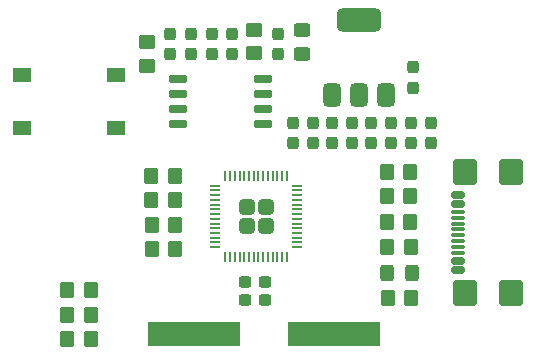
<source format=gbr>
%TF.GenerationSoftware,KiCad,Pcbnew,8.0.2*%
%TF.CreationDate,2025-07-17T16:33:10+07:00*%
%TF.ProjectId,PicoLink,5069636f-4c69-46e6-9b2e-6b696361645f,rev?*%
%TF.SameCoordinates,Original*%
%TF.FileFunction,Paste,Top*%
%TF.FilePolarity,Positive*%
%FSLAX46Y46*%
G04 Gerber Fmt 4.6, Leading zero omitted, Abs format (unit mm)*
G04 Created by KiCad (PCBNEW 8.0.2) date 2025-07-17 16:33:10*
%MOMM*%
%LPD*%
G01*
G04 APERTURE LIST*
G04 Aperture macros list*
%AMRoundRect*
0 Rectangle with rounded corners*
0 $1 Rounding radius*
0 $2 $3 $4 $5 $6 $7 $8 $9 X,Y pos of 4 corners*
0 Add a 4 corners polygon primitive as box body*
4,1,4,$2,$3,$4,$5,$6,$7,$8,$9,$2,$3,0*
0 Add four circle primitives for the rounded corners*
1,1,$1+$1,$2,$3*
1,1,$1+$1,$4,$5*
1,1,$1+$1,$6,$7*
1,1,$1+$1,$8,$9*
0 Add four rect primitives between the rounded corners*
20,1,$1+$1,$2,$3,$4,$5,0*
20,1,$1+$1,$4,$5,$6,$7,0*
20,1,$1+$1,$6,$7,$8,$9,0*
20,1,$1+$1,$8,$9,$2,$3,0*%
G04 Aperture macros list end*
%ADD10RoundRect,0.237500X0.300000X0.237500X-0.300000X0.237500X-0.300000X-0.237500X0.300000X-0.237500X0*%
%ADD11RoundRect,0.250000X-0.450000X0.325000X-0.450000X-0.325000X0.450000X-0.325000X0.450000X0.325000X0*%
%ADD12RoundRect,0.237500X0.237500X-0.300000X0.237500X0.300000X-0.237500X0.300000X-0.237500X-0.300000X0*%
%ADD13RoundRect,0.250000X0.350000X0.450000X-0.350000X0.450000X-0.350000X-0.450000X0.350000X-0.450000X0*%
%ADD14R,7.875000X2.000000*%
%ADD15RoundRect,0.250000X0.325000X0.450000X-0.325000X0.450000X-0.325000X-0.450000X0.325000X-0.450000X0*%
%ADD16RoundRect,0.237500X-0.237500X0.300000X-0.237500X-0.300000X0.237500X-0.300000X0.237500X0.300000X0*%
%ADD17R,1.550000X1.300000*%
%ADD18RoundRect,0.150000X-0.650000X-0.150000X0.650000X-0.150000X0.650000X0.150000X-0.650000X0.150000X0*%
%ADD19RoundRect,0.375000X0.375000X-0.625000X0.375000X0.625000X-0.375000X0.625000X-0.375000X-0.625000X0*%
%ADD20RoundRect,0.500000X1.400000X-0.500000X1.400000X0.500000X-1.400000X0.500000X-1.400000X-0.500000X0*%
%ADD21RoundRect,0.250000X-0.350000X-0.450000X0.350000X-0.450000X0.350000X0.450000X-0.350000X0.450000X0*%
%ADD22RoundRect,0.250000X-0.450000X0.350000X-0.450000X-0.350000X0.450000X-0.350000X0.450000X0.350000X0*%
%ADD23RoundRect,0.150000X0.425000X-0.150000X0.425000X0.150000X-0.425000X0.150000X-0.425000X-0.150000X0*%
%ADD24RoundRect,0.075000X0.500000X-0.075000X0.500000X0.075000X-0.500000X0.075000X-0.500000X-0.075000X0*%
%ADD25RoundRect,0.250000X0.750000X-0.840000X0.750000X0.840000X-0.750000X0.840000X-0.750000X-0.840000X0*%
%ADD26RoundRect,0.249999X-0.395001X-0.395001X0.395001X-0.395001X0.395001X0.395001X-0.395001X0.395001X0*%
%ADD27RoundRect,0.050000X-0.387500X-0.050000X0.387500X-0.050000X0.387500X0.050000X-0.387500X0.050000X0*%
%ADD28RoundRect,0.050000X-0.050000X-0.387500X0.050000X-0.387500X0.050000X0.387500X-0.050000X0.387500X0*%
%ADD29RoundRect,0.250000X0.450000X-0.350000X0.450000X0.350000X-0.450000X0.350000X-0.450000X-0.350000X0*%
G04 APERTURE END LIST*
D10*
%TO.C,C23*%
X156462500Y-98200000D03*
X154737500Y-98200000D03*
%TD*%
D11*
%TO.C,D3*%
X159550001Y-76825002D03*
X159549999Y-78874998D03*
%TD*%
D12*
%TO.C,C18*%
X168950000Y-81762500D03*
X168950000Y-80037500D03*
%TD*%
D13*
%TO.C,R23*%
X148800000Y-89250000D03*
X146800000Y-89250000D03*
%TD*%
%TO.C,R25*%
X148850000Y-93350000D03*
X146850000Y-93350000D03*
%TD*%
D14*
%TO.C,Y2*%
X150412500Y-102600000D03*
X162287500Y-102600000D03*
%TD*%
D15*
%TO.C,D2*%
X168874998Y-97450001D03*
X166825002Y-97449999D03*
%TD*%
D16*
%TO.C,C32*%
X167150000Y-84737500D03*
X167150000Y-86462500D03*
%TD*%
%TO.C,C21*%
X151950000Y-77175000D03*
X151950000Y-78900000D03*
%TD*%
%TO.C,C17*%
X157550000Y-77187500D03*
X157550000Y-78912500D03*
%TD*%
D17*
%TO.C,SW2*%
X135875000Y-80700000D03*
X143825000Y-80700000D03*
X135875000Y-85200000D03*
X143825000Y-85200000D03*
%TD*%
D16*
%TO.C,C28*%
X170500000Y-84737500D03*
X170500000Y-86462500D03*
%TD*%
D10*
%TO.C,C1*%
X156462500Y-99750000D03*
X154737500Y-99750000D03*
%TD*%
D13*
%TO.C,R1*%
X168799997Y-95249998D03*
X166799997Y-95249998D03*
%TD*%
D18*
%TO.C,U4*%
X149100003Y-80995000D03*
X149100000Y-82265000D03*
X149100000Y-83535000D03*
X149099999Y-84804999D03*
X156299997Y-84805000D03*
X156300000Y-83535000D03*
X156300000Y-82265000D03*
X156300001Y-80995001D03*
%TD*%
D19*
%TO.C,U6*%
X162100000Y-82349999D03*
X164400000Y-82350000D03*
D20*
X164400000Y-76050000D03*
D19*
X166699999Y-82350001D03*
%TD*%
D16*
%TO.C,C16*%
X153650001Y-77175001D03*
X153650001Y-78900001D03*
%TD*%
D21*
%TO.C,R17*%
X139700000Y-101000000D03*
X141700000Y-101000000D03*
%TD*%
D16*
%TO.C,C27*%
X168850000Y-84737500D03*
X168850000Y-86462500D03*
%TD*%
D22*
%TO.C,R22*%
X155550000Y-76850000D03*
X155550000Y-78850000D03*
%TD*%
D13*
%TO.C,R21*%
X168850000Y-99550000D03*
X166850000Y-99550000D03*
%TD*%
D16*
%TO.C,C30*%
X163800000Y-84737500D03*
X163800000Y-86462500D03*
%TD*%
D13*
%TO.C,R26*%
X148850000Y-95450000D03*
X146850000Y-95450000D03*
%TD*%
D16*
%TO.C,C26*%
X160500000Y-84737500D03*
X160500000Y-86462500D03*
%TD*%
D21*
%TO.C,R19*%
X139700000Y-103050000D03*
X141700000Y-103050000D03*
%TD*%
D13*
%TO.C,R6*%
X168749996Y-88899997D03*
X166749996Y-88899997D03*
%TD*%
D23*
%TO.C,J2*%
X172820000Y-97200000D03*
X172820001Y-96400001D03*
D24*
X172820003Y-95250002D03*
X172820000Y-94250002D03*
X172819998Y-93750001D03*
X172820000Y-92749999D03*
D23*
X172819999Y-91599999D03*
X172819997Y-90800000D03*
X172819997Y-90800000D03*
X172819999Y-91599999D03*
D24*
X172820002Y-92250002D03*
X172820000Y-93250001D03*
X172820000Y-94749999D03*
X172819997Y-95750000D03*
D23*
X172820001Y-96400001D03*
X172820000Y-97200000D03*
D25*
X177325000Y-99110002D03*
X173394999Y-99109996D03*
X177325002Y-88889999D03*
X173395000Y-88889998D03*
%TD*%
D13*
%TO.C,R13*%
X168749997Y-90949998D03*
X166749997Y-90949998D03*
%TD*%
D16*
%TO.C,C29*%
X162150000Y-84737500D03*
X162150000Y-86462500D03*
%TD*%
D13*
%TO.C,R12*%
X168749997Y-93099998D03*
X166749997Y-93099998D03*
%TD*%
D16*
%TO.C,C20*%
X148450002Y-77175002D03*
X148450002Y-78900002D03*
%TD*%
%TO.C,C19*%
X158850000Y-84737500D03*
X158850000Y-86462500D03*
%TD*%
D26*
%TO.C,RP1*%
X154900000Y-91850000D03*
X154900000Y-93450000D03*
X156500000Y-91850000D03*
X156500000Y-93450000D03*
D27*
X152262500Y-90050000D03*
X152262500Y-90450000D03*
X152262500Y-90850000D03*
X152262500Y-91250000D03*
X152262500Y-91650000D03*
X152262500Y-92050000D03*
X152262500Y-92450000D03*
X152262500Y-92850000D03*
X152262500Y-93250000D03*
X152262500Y-93650000D03*
X152262500Y-94050000D03*
X152262500Y-94450000D03*
X152262500Y-94850000D03*
X152262500Y-95250000D03*
D28*
X153100000Y-96087500D03*
X153500000Y-96087500D03*
X153900000Y-96087500D03*
X154300000Y-96087500D03*
X154700000Y-96087500D03*
X155100000Y-96087500D03*
X155500000Y-96087500D03*
X155900000Y-96087500D03*
X156300000Y-96087500D03*
X156700000Y-96087500D03*
X157100000Y-96087500D03*
X157500000Y-96087500D03*
X157900000Y-96087500D03*
X158300000Y-96087500D03*
D27*
X159137500Y-95250000D03*
X159137500Y-94850000D03*
X159137500Y-94450000D03*
X159137500Y-94050000D03*
X159137500Y-93650000D03*
X159137500Y-93250000D03*
X159137500Y-92850000D03*
X159137500Y-92450000D03*
X159137500Y-92050000D03*
X159137500Y-91650000D03*
X159137500Y-91250000D03*
X159137500Y-90850000D03*
X159137500Y-90450000D03*
X159137500Y-90050000D03*
D28*
X158300000Y-89212500D03*
X157900000Y-89212500D03*
X157500000Y-89212500D03*
X157100000Y-89212500D03*
X156700000Y-89212500D03*
X156300000Y-89212500D03*
X155900000Y-89212500D03*
X155500000Y-89212500D03*
X155100000Y-89212500D03*
X154700000Y-89212500D03*
X154300000Y-89212500D03*
X153900000Y-89212500D03*
X153500000Y-89212500D03*
X153100000Y-89212500D03*
%TD*%
D29*
%TO.C,R20*%
X146450000Y-79900000D03*
X146450000Y-77900000D03*
%TD*%
D16*
%TO.C,C22*%
X150200002Y-77175003D03*
X150200002Y-78900003D03*
%TD*%
%TO.C,C31*%
X165450000Y-84737500D03*
X165450000Y-86462500D03*
%TD*%
D13*
%TO.C,R24*%
X148800000Y-91300000D03*
X146800000Y-91300000D03*
%TD*%
D21*
%TO.C,R14*%
X139700000Y-98900000D03*
X141700000Y-98900000D03*
%TD*%
M02*

</source>
